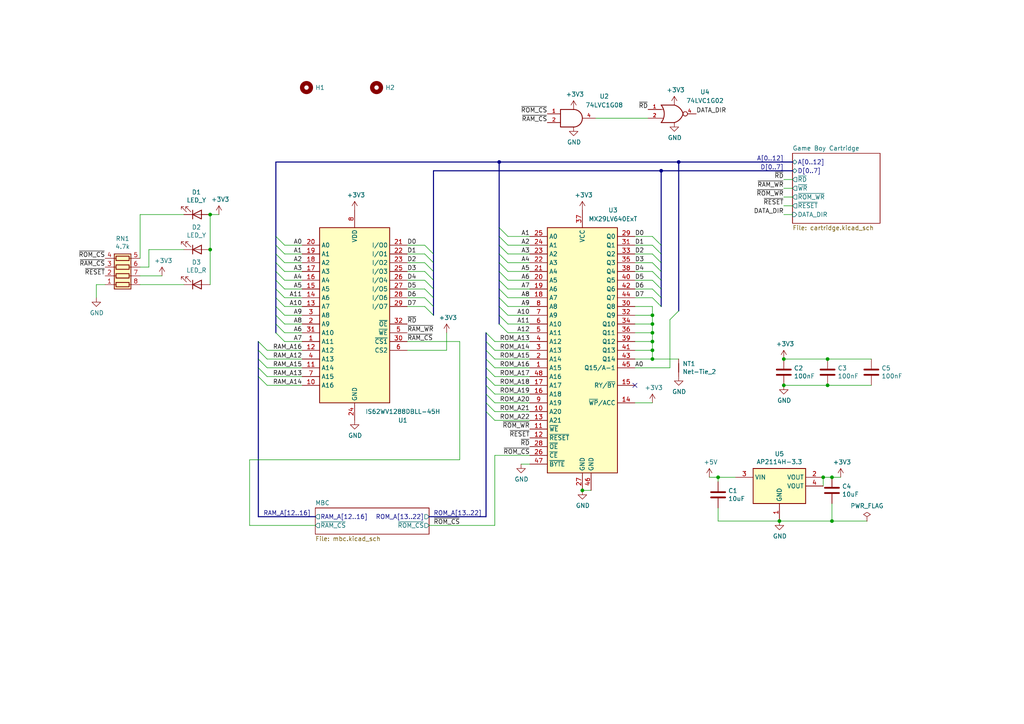
<source format=kicad_sch>
(kicad_sch (version 20211123) (generator eeschema)
  (paper "A4")
  (title_block (title "GB-MBCTEST") (rev "v1.0") (company "https://gekkio.fi"))
  (lib_symbols
    (symbol "74xGxx:74LVC1G02" (pin_names (offset 1.016))
      (property "Reference" "U" (at -2.54 3.81 0))
      (property "Value" "74LVC1G02" (at 0 -3.81 0))
      (symbol "74LVC1G02_0_1"
        (arc (start -3.81 -2.54) (mid -2.919 0) (end -3.81 2.54) (stroke (width 0.254)))
        (arc (start 0 -2.54) (mid 1.5993 -1.6027) (end 2.54 0) (stroke (width 0.254)))
        (polyline (pts (xy -3.81 -1.27) (xy -3.175 -1.27)))
        (polyline (pts (xy -3.81 1.27) (xy -3.175 1.27)))
        (polyline (pts (xy 0 -2.54) (xy -3.81 -2.54)) (stroke (width 0.254)) (fill (type background)))
        (polyline (pts (xy 0 2.54) (xy -3.81 2.54)) (stroke (width 0.254)) (fill (type background)))
        (arc (start 2.54 0) (mid 1.6119 1.6152) (end 0 2.54) (stroke (width 0.254)))
      )
      (symbol "74LVC1G02_1_1"
        (pin input line (at -7.62 1.27 0) (length 3.81) (name "~") (number "1"))
        (pin input line (at -7.62 -1.27 0) (length 3.81) (name "~") (number "2"))
        (pin power_in line (at 0 -2.54 270) (length 0) hide (name "GND") (number "3"))
        (pin output inverted (at 6.35 0 180) (length 3.81) (name "~") (number "4"))
        (pin power_in line (at 0 2.54 90) (length 0) hide (name "VCC") (number "5"))
      )
    )
    (symbol "74xGxx:74LVC1G08" (pin_names (offset 1.016))
      (property "Reference" "U" (at -2.54 3.81 0))
      (property "Value" "74LVC1G08" (at 0 -3.81 0))
      (symbol "74LVC1G08_0_1"
        (arc (start 0 -2.54) (mid 2.54 0) (end 0 2.54) (stroke (width 0.254)))
        (polyline (pts (xy 0 -2.54) (xy -3.81 -2.54) (xy -3.81 2.54) (xy 0 2.54)) (stroke (width 0.254)))
      )
      (symbol "74LVC1G08_1_1"
        (pin input line (at -7.62 1.27 0) (length 3.81) (name "~") (number "1"))
        (pin input line (at -7.62 -1.27 0) (length 3.81) (name "~") (number "2"))
        (pin power_in line (at 0 -2.54 270) (length 0) hide (name "GND") (number "3"))
        (pin output line (at 6.35 0 180) (length 3.81) (name "~") (number "4"))
        (pin power_in line (at 0 2.54 90) (length 0) hide (name "VCC") (number "5"))
      )
    )
    (symbol "Device:C" (pin_numbers hide) (pin_names (offset 0.254))
      (property "Reference" "C" (at 0.635 2.54 0))
      (property "Value" "C" (at 0.635 -2.54 0))
      (symbol "C_0_1"
        (polyline (pts (xy -2.032 -0.762) (xy 2.032 -0.762)) (stroke (width 0.508)))
        (polyline (pts (xy -2.032 0.762) (xy 2.032 0.762)) (stroke (width 0.508)))
      )
      (symbol "C_1_1"
        (pin passive line (at 0 3.81 270) (length 2.794) (name "~") (number "1"))
        (pin passive line (at 0 -3.81 90) (length 2.794) (name "~") (number "2"))
      )
    )
    (symbol "Device:LED" (pin_numbers hide) (pin_names (offset 1.016) hide)
      (property "Reference" "D" (at 0 2.54 0))
      (property "Value" "LED" (at 0 -2.54 0))
      (symbol "LED_0_1"
        (polyline (pts (xy -1.27 -1.27) (xy -1.27 1.27)) (stroke (width 0.254)))
        (polyline (pts (xy -1.27 0) (xy 1.27 0)))
        (polyline (pts (xy 1.27 -1.27) (xy 1.27 1.27) (xy -1.27 0) (xy 1.27 -1.27)) (stroke (width 0.254)))
        (polyline (pts (xy -3.048 -0.762) (xy -4.572 -2.286) (xy -3.81 -2.286) (xy -4.572 -2.286) (xy -4.572 -1.524)))
        (polyline (pts (xy -1.778 -0.762) (xy -3.302 -2.286) (xy -2.54 -2.286) (xy -3.302 -2.286) (xy -3.302 -1.524)))
      )
      (symbol "LED_1_1"
        (pin passive line (at -3.81 0 0) (length 2.54) (name "K") (number "1"))
        (pin passive line (at 3.81 0 180) (length 2.54) (name "A") (number "2"))
      )
    )
    (symbol "Device:Net-Tie_2" (pin_numbers hide) (pin_names (offset 0) hide)
      (property "Reference" "NT" (at 0 1.27 0))
      (property "Value" "Net-Tie_2" (at 0 -1.27 0))
      (symbol "Net-Tie_2_0_1"
        (polyline (pts (xy -1.27 0) (xy 1.27 0)) (stroke (width 0.254)))
      )
      (symbol "Net-Tie_2_1_1"
        (pin passive line (at -2.54 0 0) (length 2.54) (name "1") (number "1"))
        (pin passive line (at 2.54 0 180) (length 2.54) (name "2") (number "2"))
      )
    )
    (symbol "Device:R_Pack04" (pin_names (offset 0) hide)
      (property "Reference" "RN" (at -7.62 0 90))
      (property "Value" "R_Pack04" (at 5.08 0 90))
      (symbol "R_Pack04_0_1"
        (rectangle (start -6.35 -2.413) (end 3.81 2.413) (stroke (width 0.254)) (fill (type background)))
        (rectangle (start -5.715 1.905) (end -4.445 -1.905) (stroke (width 0.254)))
        (rectangle (start -3.175 1.905) (end -1.905 -1.905) (stroke (width 0.254)))
        (rectangle (start -0.635 1.905) (end 0.635 -1.905) (stroke (width 0.254)))
        (polyline (pts (xy -5.08 -2.54) (xy -5.08 -1.905)))
        (polyline (pts (xy -5.08 1.905) (xy -5.08 2.54)))
        (polyline (pts (xy -2.54 -2.54) (xy -2.54 -1.905)))
        (polyline (pts (xy -2.54 1.905) (xy -2.54 2.54)))
        (polyline (pts (xy 0 -2.54) (xy 0 -1.905)))
        (polyline (pts (xy 0 1.905) (xy 0 2.54)))
        (polyline (pts (xy 2.54 -2.54) (xy 2.54 -1.905)))
        (polyline (pts (xy 2.54 1.905) (xy 2.54 2.54)))
        (rectangle (start 1.905 1.905) (end 3.175 -1.905) (stroke (width 0.254)))
      )
      (symbol "R_Pack04_1_1"
        (pin passive line (at -5.08 -5.08 90) (length 2.54) (name "R1.1") (number "1"))
        (pin passive line (at -2.54 -5.08 90) (length 2.54) (name "R2.1") (number "2"))
        (pin passive line (at 0 -5.08 90) (length 2.54) (name "R3.1") (number "3"))
        (pin passive line (at 2.54 -5.08 90) (length 2.54) (name "R4.1") (number "4"))
        (pin passive line (at 2.54 5.08 270) (length 2.54) (name "R4.2") (number "5"))
        (pin passive line (at 0 5.08 270) (length 2.54) (name "R3.2") (number "6"))
        (pin passive line (at -2.54 5.08 270) (length 2.54) (name "R2.2") (number "7"))
        (pin passive line (at -5.08 5.08 270) (length 2.54) (name "R1.2") (number "8"))
      )
    )
    (symbol "Gekkio_Memory_Flash:MX29LV640ExT"
      (property "Reference" "U" (at -10.16 38.1 0))
      (property "Value" "MX29LV640ExT" (at 2.54 38.1 0))
      (symbol "MX29LV640ExT_1_1"
        (rectangle (start -10.16 35.56) (end 10.16 -35.56) (stroke (width 0.254)) (fill (type background)))
        (pin input line (at -15.24 -5.08 0) (length 5.08) (name "A15") (number "1"))
        (pin input line (at -15.24 -17.78 0) (length 5.08) (name "A20") (number "10"))
        (pin input line (at -15.24 -22.86 0) (length 5.08) (name "~{WE}") (number "11"))
        (pin input line (at -15.24 -25.4 0) (length 5.08) (name "~{RESET}") (number "12"))
        (pin input line (at -15.24 -20.32 0) (length 5.08) (name "A21") (number "13"))
        (pin input line (at 15.24 -15.24 180) (length 5.08) (name "~{WP}/ACC") (number "14"))
        (pin output line (at 15.24 -10.16 180) (length 5.08) (name "RY/~{BY}") (number "15"))
        (pin input line (at -15.24 -12.7 0) (length 5.08) (name "A18") (number "16"))
        (pin input line (at -15.24 -10.16 0) (length 5.08) (name "A17") (number "17"))
        (pin input line (at -15.24 15.24 0) (length 5.08) (name "A7") (number "18"))
        (pin input line (at -15.24 17.78 0) (length 5.08) (name "A6") (number "19"))
        (pin input line (at -15.24 -2.54 0) (length 5.08) (name "A14") (number "2"))
        (pin input line (at -15.24 20.32 0) (length 5.08) (name "A5") (number "20"))
        (pin input line (at -15.24 22.86 0) (length 5.08) (name "A4") (number "21"))
        (pin input line (at -15.24 25.4 0) (length 5.08) (name "A3") (number "22"))
        (pin input line (at -15.24 27.94 0) (length 5.08) (name "A2") (number "23"))
        (pin input line (at -15.24 30.48 0) (length 5.08) (name "A1") (number "24"))
        (pin input line (at -15.24 33.02 0) (length 5.08) (name "A0") (number "25"))
        (pin input line (at -15.24 -30.48 0) (length 5.08) (name "~{CE}") (number "26"))
        (pin power_in line (at 0 -40.64 90) (length 5.08) (name "GND") (number "27"))
        (pin input line (at -15.24 -27.94 0) (length 5.08) (name "~{OE}") (number "28"))
        (pin bidirectional line (at 15.24 33.02 180) (length 5.08) (name "Q0") (number "29"))
        (pin input line (at -15.24 0 0) (length 5.08) (name "A13") (number "3"))
        (pin bidirectional line (at 15.24 12.7 180) (length 5.08) (name "Q8") (number "30"))
        (pin bidirectional line (at 15.24 30.48 180) (length 5.08) (name "Q1") (number "31"))
        (pin bidirectional line (at 15.24 10.16 180) (length 5.08) (name "Q9") (number "32"))
        (pin bidirectional line (at 15.24 27.94 180) (length 5.08) (name "Q2") (number "33"))
        (pin bidirectional line (at 15.24 7.62 180) (length 5.08) (name "Q10") (number "34"))
        (pin bidirectional line (at 15.24 25.4 180) (length 5.08) (name "Q3") (number "35"))
        (pin bidirectional line (at 15.24 5.08 180) (length 5.08) (name "Q11") (number "36"))
        (pin power_in line (at 0 40.64 270) (length 5.08) (name "VCC") (number "37"))
        (pin bidirectional line (at 15.24 22.86 180) (length 5.08) (name "Q4") (number "38"))
        (pin bidirectional line (at 15.24 2.54 180) (length 5.08) (name "Q12") (number "39"))
        (pin input line (at -15.24 2.54 0) (length 5.08) (name "A12") (number "4"))
        (pin bidirectional line (at 15.24 20.32 180) (length 5.08) (name "Q5") (number "40"))
        (pin bidirectional line (at 15.24 0 180) (length 5.08) (name "Q13") (number "41"))
        (pin bidirectional line (at 15.24 17.78 180) (length 5.08) (name "Q6") (number "42"))
        (pin bidirectional line (at 15.24 -2.54 180) (length 5.08) (name "Q14") (number "43"))
        (pin bidirectional line (at 15.24 15.24 180) (length 5.08) (name "Q7") (number "44"))
        (pin bidirectional line (at 15.24 -5.08 180) (length 5.08) (name "Q15/A-1") (number "45"))
        (pin power_in line (at 2.54 -40.64 90) (length 5.08) (name "GND") (number "46"))
        (pin input line (at -15.24 -33.02 0) (length 5.08) (name "~{BYTE}") (number "47"))
        (pin input line (at -15.24 -7.62 0) (length 5.08) (name "A16") (number "48"))
        (pin input line (at -15.24 5.08 0) (length 5.08) (name "A11") (number "5"))
        (pin input line (at -15.24 7.62 0) (length 5.08) (name "A10") (number "6"))
        (pin input line (at -15.24 10.16 0) (length 5.08) (name "A9") (number "7"))
        (pin input line (at -15.24 12.7 0) (length 5.08) (name "A8") (number "8"))
        (pin input line (at -15.24 -15.24 0) (length 5.08) (name "A19") (number "9"))
      )
    )
    (symbol "Gekkio_Memory_RAM:IS62WV1288DBLL-45H"
      (property "Reference" "U" (at -10.16 27.94 0))
      (property "Value" "IS62WV1288DBLL-45H" (at 2.54 27.94 0))
      (symbol "IS62WV1288DBLL-45H_1_1"
        (rectangle (start -10.16 25.4) (end 10.16 -25.4) (stroke (width 0.254)) (fill (type background)))
        (pin input line (at -15.24 -7.62 0) (length 5.08) (name "A11") (number "1"))
        (pin input line (at -15.24 -20.32 0) (length 5.08) (name "A16") (number "10"))
        (pin input line (at -15.24 -15.24 0) (length 5.08) (name "A14") (number "11"))
        (pin input line (at -15.24 -10.16 0) (length 5.08) (name "A12") (number "12"))
        (pin input line (at -15.24 2.54 0) (length 5.08) (name "A7") (number "13"))
        (pin input line (at -15.24 5.08 0) (length 5.08) (name "A6") (number "14"))
        (pin input line (at -15.24 7.62 0) (length 5.08) (name "A5") (number "15"))
        (pin input line (at -15.24 10.16 0) (length 5.08) (name "A4") (number "16"))
        (pin input line (at -15.24 12.7 0) (length 5.08) (name "A3") (number "17"))
        (pin input line (at -15.24 15.24 0) (length 5.08) (name "A2") (number "18"))
        (pin input line (at -15.24 17.78 0) (length 5.08) (name "A1") (number "19"))
        (pin input line (at -15.24 -2.54 0) (length 5.08) (name "A9") (number "2"))
        (pin input line (at -15.24 20.32 0) (length 5.08) (name "A0") (number "20"))
        (pin bidirectional line (at 15.24 20.32 180) (length 5.08) (name "I/O0") (number "21"))
        (pin bidirectional line (at 15.24 17.78 180) (length 5.08) (name "I/O1") (number "22"))
        (pin bidirectional line (at 15.24 15.24 180) (length 5.08) (name "I/O2") (number "23"))
        (pin power_in line (at 0 -30.48 90) (length 5.08) (name "GND") (number "24"))
        (pin bidirectional line (at 15.24 12.7 180) (length 5.08) (name "I/O3") (number "25"))
        (pin bidirectional line (at 15.24 10.16 180) (length 5.08) (name "I/O4") (number "26"))
        (pin bidirectional line (at 15.24 7.62 180) (length 5.08) (name "I/O5") (number "27"))
        (pin bidirectional line (at 15.24 5.08 180) (length 5.08) (name "I/O6") (number "28"))
        (pin bidirectional line (at 15.24 2.54 180) (length 5.08) (name "I/O7") (number "29"))
        (pin input line (at -15.24 0 0) (length 5.08) (name "A8") (number "3"))
        (pin input line (at 15.24 -7.62 180) (length 5.08) (name "~{CS1}") (number "30"))
        (pin input line (at -15.24 -5.08 0) (length 5.08) (name "A10") (number "31"))
        (pin input line (at 15.24 -2.54 180) (length 5.08) (name "~{OE}") (number "32"))
        (pin input line (at -15.24 -12.7 0) (length 5.08) (name "A13") (number "4"))
        (pin input line (at 15.24 -5.08 180) (length 5.08) (name "~{WE}") (number "5"))
        (pin input line (at 15.24 -10.16 180) (length 5.08) (name "CS2") (number "6"))
        (pin input line (at -15.24 -17.78 0) (length 5.08) (name "A15") (number "7"))
        (pin power_in line (at 0 30.48 270) (length 5.08) (name "VDD") (number "8"))
        (pin no_connect line (at -10.16 -22.86 0) (length 5.08) hide (name "NC") (number "9"))
      )
    )
    (symbol "Gekkio_Regulator_Linear:AP2114H-3.3"
      (property "Reference" "U" (at -7.62 7.62 0))
      (property "Value" "AP2114H-3.3" (at 2.54 7.62 0))
      (symbol "AP2114H-3.3_1_1"
        (rectangle (start -7.62 5.08) (end 7.62 -5.08) (stroke (width 0.254)) (fill (type background)))
        (pin power_in line (at 0 -10.16 90) (length 5.08) (name "GND") (number "1"))
        (pin power_out line (at 12.7 2.54 180) (length 5.08) (name "VOUT") (number "2"))
        (pin power_in line (at -12.7 2.54 0) (length 5.08) (name "VIN") (number "3"))
        (pin passive line (at 12.7 0 180) (length 5.08) (name "VOUT") (number "4"))
      )
    )
    (symbol "Mechanical:MountingHole" (pin_names (offset 1.016))
      (property "Reference" "H" (at 0 5.08 0))
      (property "Value" "MountingHole" (at 0 3.175 0))
      (symbol "MountingHole_0_1"
        (circle (center 0 0) (radius 1.27) (stroke (width 1.27)))
      )
    )
    (symbol "power:+3V3" (power) (pin_names (offset 0))
      (property "Value" "+3V3" (at 0 3.556 0))
      (symbol "+3V3_0_1"
        (polyline (pts (xy -0.762 1.27) (xy 0 2.54)))
        (polyline (pts (xy 0 0) (xy 0 2.54)))
        (polyline (pts (xy 0 2.54) (xy 0.762 1.27)))
      )
      (symbol "+3V3_1_1"
        (pin power_in line (at 0 0 90) (length 0) hide (name "+3V3") (number "1"))
      )
    )
    (symbol "power:+5V" (power) (pin_names (offset 0))
      (property "Value" "+5V" (at 0 3.556 0))
      (symbol "+5V_0_1"
        (polyline (pts (xy -0.762 1.27) (xy 0 2.54)))
        (polyline (pts (xy 0 0) (xy 0 2.54)))
        (polyline (pts (xy 0 2.54) (xy 0.762 1.27)))
      )
      (symbol "+5V_1_1"
        (pin power_in line (at 0 0 90) (length 0) hide (name "+5V") (number "1"))
      )
    )
    (symbol "power:GND" (power) (pin_names (offset 0))
      (property "Value" "GND" (at 0 -3.81 0))
      (symbol "GND_0_1"
        (polyline (pts (xy 0 0) (xy 0 -1.27) (xy 1.27 -1.27) (xy 0 -2.54) (xy -1.27 -1.27) (xy 0 -1.27)))
      )
      (symbol "GND_1_1"
        (pin power_in line (at 0 0 270) (length 0) hide (name "GND") (number "1"))
      )
    )
    (symbol "power:PWR_FLAG" (power) (pin_numbers hide) (pin_names (offset 0) hide)
      (property "Value" "PWR_FLAG" (at 0 3.81 0))
      (symbol "PWR_FLAG_0_0"
        (pin power_out line (at 0 0 90) (length 0) (name "pwr") (number "1"))
      )
      (symbol "PWR_FLAG_0_1"
        (polyline (pts (xy 0 0) (xy 0 1.27) (xy -1.016 1.905) (xy 0 2.54) (xy 1.016 1.905) (xy 0 1.27)))
      )
    )
  )
  (junction (at 241.3 151.13))
  (junction (at 60.96 72.39))
  (junction (at 238.76 138.43))
  (junction (at 227.33 104.14))
  (junction (at 240.03 104.14))
  (junction (at 208.28 138.43))
  (junction (at 189.23 101.6))
  (junction (at 240.03 111.76))
  (junction (at 227.33 111.76))
  (junction (at 189.23 104.14))
  (junction (at 189.23 96.52))
  (junction (at 144.78 46.99))
  (junction (at 189.23 91.44))
  (junction (at 189.23 99.06))
  (junction (at 226.06 151.13))
  (junction (at 241.3 138.43))
  (junction (at 191.77 49.53))
  (junction (at 196.85 46.99))
  (junction (at 168.91 142.24))
  (junction (at 60.96 62.23))
  (junction (at 189.23 93.98))
  (no_connect (at 184.15 111.76))
  (bus_entry (at 80.01 96.52) (size 2.54 2.54))
  (bus_entry (at 140.97 109.22) (size 2.54 2.54))
  (bus_entry (at 189.23 68.58) (size 2.54 2.54))
  (bus_entry (at 144.78 81.28) (size 2.54 2.54))
  (bus_entry (at 144.78 86.36) (size 2.54 2.54))
  (bus_entry (at 74.93 99.06) (size 2.54 2.54))
  (bus_entry (at 140.97 99.06) (size 2.54 2.54))
  (bus_entry (at 80.01 88.9) (size 2.54 2.54))
  (bus_entry (at 80.01 71.12) (size 2.54 2.54))
  (bus_entry (at 80.01 83.82) (size 2.54 2.54))
  (bus_entry (at 123.19 88.9) (size 2.54 2.54))
  (bus_entry (at 144.78 78.74) (size 2.54 2.54))
  (bus_entry (at 144.78 83.82) (size 2.54 2.54))
  (bus_entry (at 189.23 73.66) (size 2.54 2.54))
  (bus_entry (at 144.78 91.44) (size 2.54 2.54))
  (bus_entry (at 123.19 78.74) (size 2.54 2.54))
  (bus_entry (at 140.97 101.6) (size 2.54 2.54))
  (bus_entry (at 140.97 96.52) (size 2.54 2.54))
  (bus_entry (at 144.78 76.2) (size 2.54 2.54))
  (bus_entry (at 140.97 114.3) (size 2.54 2.54))
  (bus_entry (at 123.19 83.82) (size 2.54 2.54))
  (bus_entry (at 189.23 71.12) (size 2.54 2.54))
  (bus_entry (at 80.01 81.28) (size 2.54 2.54))
  (bus_entry (at 189.23 78.74) (size 2.54 2.54))
  (bus_entry (at 144.78 68.58) (size 2.54 2.54))
  (bus_entry (at 123.19 86.36) (size 2.54 2.54))
  (bus_entry (at 123.19 81.28) (size 2.54 2.54))
  (bus_entry (at 123.19 73.66) (size 2.54 2.54))
  (bus_entry (at 140.97 111.76) (size 2.54 2.54))
  (bus_entry (at 80.01 68.58) (size 2.54 2.54))
  (bus_entry (at 123.19 71.12) (size 2.54 2.54))
  (bus_entry (at 80.01 91.44) (size 2.54 2.54))
  (bus_entry (at 144.78 71.12) (size 2.54 2.54))
  (bus_entry (at 194.31 92.71) (size 2.54 -2.54))
  (bus_entry (at 144.78 66.04) (size 2.54 2.54))
  (bus_entry (at 74.93 106.68) (size 2.54 2.54))
  (bus_entry (at 140.97 106.68) (size 2.54 2.54))
  (bus_entry (at 80.01 86.36) (size 2.54 2.54))
  (bus_entry (at 140.97 104.14) (size 2.54 2.54))
  (bus_entry (at 144.78 93.98) (size 2.54 2.54))
  (bus_entry (at 74.93 109.22) (size 2.54 2.54))
  (bus_entry (at 80.01 93.98) (size 2.54 2.54))
  (bus_entry (at 74.93 104.14) (size 2.54 2.54))
  (bus_entry (at 189.23 86.36) (size 2.54 2.54))
  (bus_entry (at 80.01 76.2) (size 2.54 2.54))
  (bus_entry (at 140.97 119.38) (size 2.54 2.54))
  (bus_entry (at 80.01 73.66) (size 2.54 2.54))
  (bus_entry (at 189.23 81.28) (size 2.54 2.54))
  (bus_entry (at 80.01 78.74) (size 2.54 2.54))
  (bus_entry (at 140.97 116.84) (size 2.54 2.54))
  (bus_entry (at 144.78 88.9) (size 2.54 2.54))
  (bus_entry (at 144.78 73.66) (size 2.54 2.54))
  (bus_entry (at 189.23 83.82) (size 2.54 2.54))
  (bus_entry (at 74.93 101.6) (size 2.54 2.54))
  (bus_entry (at 123.19 76.2) (size 2.54 2.54))
  (bus_entry (at 189.23 76.2) (size 2.54 2.54))
  (wire (pts (xy 189.23 81.28) (xy 184.15 81.28)))
  (bus (pts (xy 144.78 46.99) (xy 144.78 66.04)))
  (bus (pts (xy 144.78 73.66) (xy 144.78 76.2)))
  (wire (pts (xy 123.19 88.9) (xy 118.11 88.9)))
  (wire (pts (xy 91.44 152.4) (xy 72.39 152.4)))
  (wire (pts (xy 77.47 111.76) (xy 87.63 111.76)))
  (bus (pts (xy 191.77 49.53) (xy 191.77 71.12)))
  (bus (pts (xy 80.01 46.99) (xy 144.78 46.99)))
  (bus (pts (xy 191.77 49.53) (xy 229.87 49.53)))
  (bus (pts (xy 80.01 93.98) (xy 80.01 96.52)))
  (wire (pts (xy 189.23 78.74) (xy 184.15 78.74)))
  (bus (pts (xy 144.78 66.04) (xy 144.78 68.58)))
  (bus (pts (xy 74.93 149.86) (xy 91.44 149.86)))
  (wire (pts (xy 147.32 78.74) (xy 153.67 78.74)))
  (bus (pts (xy 191.77 49.53) (xy 125.73 49.53)))
  (wire (pts (xy 143.51 101.6) (xy 153.67 101.6)))
  (bus (pts (xy 140.97 96.52) (xy 140.97 99.06)))
  (wire (pts (xy 243.84 138.43) (xy 241.3 138.43)))
  (bus (pts (xy 144.78 86.36) (xy 144.78 88.9)))
  (bus (pts (xy 125.73 83.82) (xy 125.73 86.36)))
  (wire (pts (xy 189.23 96.52) (xy 189.23 99.06)))
  (wire (pts (xy 82.55 99.06) (xy 87.63 99.06)))
  (wire (pts (xy 82.55 71.12) (xy 87.63 71.12)))
  (wire (pts (xy 240.03 104.14) (xy 252.73 104.14)))
  (wire (pts (xy 184.15 91.44) (xy 189.23 91.44)))
  (wire (pts (xy 147.32 91.44) (xy 153.67 91.44)))
  (wire (pts (xy 143.51 109.22) (xy 153.67 109.22)))
  (bus (pts (xy 144.78 91.44) (xy 144.78 93.98)))
  (wire (pts (xy 72.39 133.35) (xy 133.35 133.35)))
  (bus (pts (xy 196.85 90.17) (xy 196.85 46.99)))
  (bus (pts (xy 125.73 81.28) (xy 125.73 83.82)))
  (bus (pts (xy 125.73 73.66) (xy 125.73 76.2)))
  (wire (pts (xy 123.19 78.74) (xy 118.11 78.74)))
  (wire (pts (xy 252.73 111.76) (xy 240.03 111.76)))
  (wire (pts (xy 184.15 101.6) (xy 189.23 101.6)))
  (bus (pts (xy 125.73 76.2) (xy 125.73 78.74)))
  (wire (pts (xy 40.64 62.23) (xy 40.64 74.93)))
  (wire (pts (xy 227.33 57.15) (xy 229.87 57.15)))
  (wire (pts (xy 27.94 82.55) (xy 27.94 86.36)))
  (wire (pts (xy 72.39 152.4) (xy 72.39 133.35)))
  (bus (pts (xy 140.97 149.86) (xy 124.46 149.86)))
  (wire (pts (xy 189.23 104.14) (xy 184.15 104.14)))
  (wire (pts (xy 147.32 93.98) (xy 153.67 93.98)))
  (wire (pts (xy 189.23 99.06) (xy 189.23 101.6)))
  (wire (pts (xy 143.51 114.3) (xy 153.67 114.3)))
  (wire (pts (xy 143.51 106.68) (xy 153.67 106.68)))
  (wire (pts (xy 189.23 83.82) (xy 184.15 83.82)))
  (wire (pts (xy 143.51 121.92) (xy 153.67 121.92)))
  (wire (pts (xy 43.18 77.47) (xy 40.64 77.47)))
  (wire (pts (xy 189.23 71.12) (xy 184.15 71.12)))
  (bus (pts (xy 140.97 116.84) (xy 140.97 119.38)))
  (bus (pts (xy 74.93 101.6) (xy 74.93 104.14)))
  (wire (pts (xy 82.55 93.98) (xy 87.63 93.98)))
  (bus (pts (xy 144.78 88.9) (xy 144.78 91.44)))
  (bus (pts (xy 140.97 101.6) (xy 140.97 104.14)))
  (wire (pts (xy 143.51 99.06) (xy 153.67 99.06)))
  (wire (pts (xy 147.32 86.36) (xy 153.67 86.36)))
  (wire (pts (xy 208.28 138.43) (xy 213.36 138.43)))
  (wire (pts (xy 189.23 93.98) (xy 189.23 96.52)))
  (bus (pts (xy 140.97 104.14) (xy 140.97 106.68)))
  (wire (pts (xy 251.46 151.13) (xy 241.3 151.13)))
  (bus (pts (xy 140.97 111.76) (xy 140.97 114.3)))
  (wire (pts (xy 241.3 151.13) (xy 241.3 146.05)))
  (bus (pts (xy 144.78 76.2) (xy 144.78 78.74)))
  (bus (pts (xy 80.01 91.44) (xy 80.01 93.98)))
  (wire (pts (xy 227.33 59.69) (xy 229.87 59.69)))
  (wire (pts (xy 238.76 138.43) (xy 241.3 138.43)))
  (bus (pts (xy 140.97 109.22) (xy 140.97 111.76)))
  (wire (pts (xy 189.23 86.36) (xy 184.15 86.36)))
  (wire (pts (xy 227.33 62.23) (xy 229.87 62.23)))
  (bus (pts (xy 191.77 71.12) (xy 191.77 73.66)))
  (wire (pts (xy 147.32 71.12) (xy 153.67 71.12)))
  (wire (pts (xy 82.55 96.52) (xy 87.63 96.52)))
  (wire (pts (xy 205.74 138.43) (xy 208.28 138.43)))
  (wire (pts (xy 189.23 88.9) (xy 189.23 91.44)))
  (bus (pts (xy 191.77 76.2) (xy 191.77 78.74)))
  (bus (pts (xy 196.85 46.99) (xy 229.87 46.99)))
  (wire (pts (xy 123.19 81.28) (xy 118.11 81.28)))
  (wire (pts (xy 189.23 68.58) (xy 184.15 68.58)))
  (wire (pts (xy 82.55 81.28) (xy 87.63 81.28)))
  (bus (pts (xy 191.77 78.74) (xy 191.77 81.28)))
  (wire (pts (xy 226.06 151.13) (xy 208.28 151.13)))
  (wire (pts (xy 77.47 106.68) (xy 87.63 106.68)))
  (wire (pts (xy 168.91 142.24) (xy 171.45 142.24)))
  (wire (pts (xy 143.51 111.76) (xy 153.67 111.76)))
  (wire (pts (xy 82.55 76.2) (xy 87.63 76.2)))
  (wire (pts (xy 82.55 83.82) (xy 87.63 83.82)))
  (wire (pts (xy 189.23 76.2) (xy 184.15 76.2)))
  (wire (pts (xy 147.32 88.9) (xy 153.67 88.9)))
  (bus (pts (xy 80.01 73.66) (xy 80.01 76.2)))
  (bus (pts (xy 140.97 99.06) (xy 140.97 101.6)))
  (wire (pts (xy 118.11 99.06) (xy 133.35 99.06)))
  (bus (pts (xy 144.78 78.74) (xy 144.78 81.28)))
  (wire (pts (xy 189.23 88.9) (xy 184.15 88.9)))
  (bus (pts (xy 74.93 99.06) (xy 74.93 101.6)))
  (wire (pts (xy 227.33 104.14) (xy 240.03 104.14)))
  (wire (pts (xy 147.32 96.52) (xy 153.67 96.52)))
  (wire (pts (xy 60.96 62.23) (xy 60.96 72.39)))
  (bus (pts (xy 80.01 76.2) (xy 80.01 78.74)))
  (wire (pts (xy 147.32 68.58) (xy 153.67 68.58)))
  (wire (pts (xy 189.23 101.6) (xy 189.23 104.14)))
  (bus (pts (xy 125.73 78.74) (xy 125.73 81.28)))
  (wire (pts (xy 189.23 116.84) (xy 184.15 116.84)))
  (wire (pts (xy 60.96 72.39) (xy 60.96 82.55)))
  (wire (pts (xy 227.33 54.61) (xy 229.87 54.61)))
  (wire (pts (xy 123.19 73.66) (xy 118.11 73.66)))
  (wire (pts (xy 184.15 99.06) (xy 189.23 99.06)))
  (bus (pts (xy 74.93 106.68) (xy 74.93 109.22)))
  (wire (pts (xy 143.51 104.14) (xy 153.67 104.14)))
  (wire (pts (xy 143.51 119.38) (xy 153.67 119.38)))
  (bus (pts (xy 80.01 71.12) (xy 80.01 73.66)))
  (bus (pts (xy 191.77 73.66) (xy 191.77 76.2)))
  (wire (pts (xy 194.31 106.68) (xy 194.31 92.71)))
  (wire (pts (xy 172.72 34.29) (xy 187.96 34.29)))
  (wire (pts (xy 82.55 91.44) (xy 87.63 91.44)))
  (wire (pts (xy 53.34 72.39) (xy 43.18 72.39)))
  (bus (pts (xy 140.97 119.38) (xy 140.97 149.86)))
  (bus (pts (xy 191.77 86.36) (xy 191.77 88.9)))
  (bus (pts (xy 80.01 88.9) (xy 80.01 91.44)))
  (wire (pts (xy 40.64 82.55) (xy 53.34 82.55)))
  (wire (pts (xy 123.19 71.12) (xy 118.11 71.12)))
  (bus (pts (xy 125.73 49.53) (xy 125.73 73.66)))
  (bus (pts (xy 144.78 83.82) (xy 144.78 86.36)))
  (bus (pts (xy 144.78 71.12) (xy 144.78 73.66)))
  (bus (pts (xy 80.01 46.99) (xy 80.01 68.58)))
  (wire (pts (xy 184.15 106.68) (xy 194.31 106.68)))
  (wire (pts (xy 123.19 76.2) (xy 118.11 76.2)))
  (wire (pts (xy 147.32 81.28) (xy 153.67 81.28)))
  (bus (pts (xy 191.77 83.82) (xy 191.77 86.36)))
  (wire (pts (xy 143.51 152.4) (xy 124.46 152.4)))
  (wire (pts (xy 189.23 91.44) (xy 189.23 93.98)))
  (bus (pts (xy 80.01 86.36) (xy 80.01 88.9)))
  (wire (pts (xy 189.23 104.14) (xy 196.85 104.14)))
  (wire (pts (xy 123.19 83.82) (xy 118.11 83.82)))
  (bus (pts (xy 80.01 68.58) (xy 80.01 71.12)))
  (wire (pts (xy 77.47 109.22) (xy 87.63 109.22)))
  (wire (pts (xy 184.15 96.52) (xy 189.23 96.52)))
  (wire (pts (xy 82.55 88.9) (xy 87.63 88.9)))
  (wire (pts (xy 118.11 101.6) (xy 129.54 101.6)))
  (wire (pts (xy 143.51 132.08) (xy 143.51 152.4)))
  (bus (pts (xy 144.78 81.28) (xy 144.78 83.82)))
  (wire (pts (xy 240.03 111.76) (xy 227.33 111.76)))
  (bus (pts (xy 80.01 81.28) (xy 80.01 83.82)))
  (bus (pts (xy 140.97 106.68) (xy 140.97 109.22)))
  (bus (pts (xy 144.78 46.99) (xy 196.85 46.99)))
  (wire (pts (xy 82.55 78.74) (xy 87.63 78.74)))
  (bus (pts (xy 191.77 81.28) (xy 191.77 83.82)))
  (wire (pts (xy 227.33 52.07) (xy 229.87 52.07)))
  (bus (pts (xy 125.73 86.36) (xy 125.73 88.9)))
  (wire (pts (xy 30.48 82.55) (xy 27.94 82.55)))
  (bus (pts (xy 144.78 68.58) (xy 144.78 71.12)))
  (bus (pts (xy 80.01 78.74) (xy 80.01 81.28)))
  (wire (pts (xy 77.47 104.14) (xy 87.63 104.14)))
  (wire (pts (xy 189.23 73.66) (xy 184.15 73.66)))
  (bus (pts (xy 74.93 109.22) (xy 74.93 149.86)))
  (wire (pts (xy 63.5 62.23) (xy 60.96 62.23)))
  (wire (pts (xy 153.67 132.08) (xy 143.51 132.08)))
  (wire (pts (xy 46.99 80.01) (xy 40.64 80.01)))
  (wire (pts (xy 208.28 147.32) (xy 208.28 151.13)))
  (wire (pts (xy 151.13 134.62) (xy 153.67 134.62)))
  (wire (pts (xy 133.35 133.35) (xy 133.35 99.06)))
  (wire (pts (xy 147.32 83.82) (xy 153.67 83.82)))
  (bus (pts (xy 140.97 114.3) (xy 140.97 116.84)))
  (wire (pts (xy 208.28 139.7) (xy 208.28 138.43)))
  (bus (pts (xy 80.01 83.82) (xy 80.01 86.36)))
  (wire (pts (xy 82.55 86.36) (xy 87.63 86.36)))
  (wire (pts (xy 82.55 73.66) (xy 87.63 73.66)))
  (wire (pts (xy 238.76 138.43) (xy 238.76 140.97)))
  (wire (pts (xy 43.18 72.39) (xy 43.18 77.47)))
  (wire (pts (xy 53.34 62.23) (xy 40.64 62.23)))
  (wire (pts (xy 143.51 116.84) (xy 153.67 116.84)))
  (wire (pts (xy 123.19 86.36) (xy 118.11 86.36)))
  (bus (pts (xy 74.93 104.14) (xy 74.93 106.68)))
  (wire (pts (xy 184.15 93.98) (xy 189.23 93.98)))
  (wire (pts (xy 77.47 101.6) (xy 87.63 101.6)))
  (bus (pts (xy 125.73 88.9) (xy 125.73 91.44)))
  (wire (pts (xy 129.54 101.6) (xy 129.54 96.52)))
  (wire (pts (xy 226.06 151.13) (xy 241.3 151.13)))
  (wire (pts (xy 147.32 76.2) (xy 153.67 76.2)))
  (wire (pts (xy 147.32 73.66) (xy 153.67 73.66)))
  (label "A11" (at 153.67 93.98 180))
  (label "RAM_A16" (at 87.63 101.6 180))
  (label "A9" (at 87.63 91.44 180))
  (label "~{RESET}" (at 30.48 80.01 180))
  (label "D4" (at 118.11 81.28 0))
  (label "ROM_A22" (at 153.67 121.92 180))
  (label "~{RD}" (at 187.96 31.75 180))
  (label "~{ROM_CS}" (at 153.67 132.08 180))
  (label "A10" (at 153.67 91.44 180))
  (label "D6" (at 184.15 83.82 0))
  (label "D1" (at 118.11 73.66 0))
  (label "ROM_A17" (at 153.67 109.22 180))
  (label "~{ROM_CS}" (at 158.75 33.02 180))
  (label "D1" (at 184.15 71.12 0))
  (label "A0" (at 184.15 106.68 0))
  (label "~{RD}" (at 118.11 93.98 0))
  (label "A4" (at 87.63 81.28 180))
  (label "D3" (at 184.15 76.2 0))
  (label "~{RAM_CS}" (at 158.75 35.56 180))
  (label "~{RESET}" (at 153.67 127 180))
  (label "~{RESET}" (at 227.33 59.69 180))
  (label "A10" (at 87.63 88.9 180))
  (label "D7" (at 184.15 86.36 0))
  (label "A2" (at 87.63 76.2 180))
  (label "A1" (at 87.63 73.66 180))
  (label "ROM_A20" (at 153.67 116.84 180))
  (label "A11" (at 87.63 86.36 180))
  (label "RAM_A14" (at 87.63 111.76 180))
  (label "~{ROM_CS}" (at 125.73 152.4 0))
  (label "A2" (at 153.67 71.12 180))
  (label "D[0..7]" (at 227.33 49.53 180))
  (label "D2" (at 184.15 73.66 0))
  (label "~{RAM_WR}" (at 118.11 96.52 0))
  (label "~{RAM_CS}" (at 30.48 77.47 180))
  (label "ROM_A19" (at 153.67 114.3 180))
  (label "A7" (at 87.63 99.06 180))
  (label "ROM_A21" (at 153.67 119.38 180))
  (label "ROM_A14" (at 153.67 101.6 180))
  (label "A4" (at 153.67 76.2 180))
  (label "A3" (at 153.67 73.66 180))
  (label "D2" (at 118.11 76.2 0))
  (label "D3" (at 118.11 78.74 0))
  (label "D5" (at 118.11 83.82 0))
  (label "A1" (at 153.67 68.58 180))
  (label "ROM_A13" (at 153.67 99.06 180))
  (label "RAM_A[12..16]" (at 90.17 149.86 180))
  (label "A9" (at 153.67 88.9 180))
  (label "D0" (at 184.15 68.58 0))
  (label "ROM_A[13..22]" (at 125.73 149.86 0))
  (label "D6" (at 118.11 86.36 0))
  (label "~{ROM_WR}" (at 153.67 124.46 180))
  (label "A12" (at 153.67 96.52 180))
  (label "ROM_A15" (at 153.67 104.14 180))
  (label "A8" (at 153.67 86.36 180))
  (label "A0" (at 87.63 71.12 180))
  (label "DATA_DIR" (at 227.33 62.23 180))
  (label "D5" (at 184.15 81.28 0))
  (label "~{RAM_CS}" (at 118.11 99.06 0))
  (label "A8" (at 87.63 93.98 180))
  (label "RAM_A15" (at 87.63 106.68 180))
  (label "D0" (at 118.11 71.12 0))
  (label "A5" (at 87.63 83.82 180))
  (label "D4" (at 184.15 78.74 0))
  (label "D7" (at 118.11 88.9 0))
  (label "RAM_A13" (at 87.63 109.22 180))
  (label "A3" (at 87.63 78.74 180))
  (label "A5" (at 153.67 78.74 180))
  (label "~{ROM_CS}" (at 30.48 74.93 180))
  (label "DATA_DIR" (at 201.93 33.02 0))
  (label "RAM_A12" (at 87.63 104.14 180))
  (label "A7" (at 153.67 83.82 180))
  (label "~{RAM_WR}" (at 227.33 54.61 180))
  (label "ROM_A18" (at 153.67 111.76 180))
  (label "A[0..12]" (at 227.33 46.99 180))
  (label "~{ROM_WR}" (at 227.33 57.15 180))
  (label "ROM_A16" (at 153.67 106.68 180))
  (label "A6" (at 87.63 96.52 180))
  (label "~{RD}" (at 153.67 129.54 180))
  (label "~{RD}" (at 227.33 52.07 180))
  (label "A6" (at 153.67 81.28 180))
  (symbol (lib_id "Gekkio_Memory_Flash:MX29LV640ExT") (at 168.91 101.6 0) (unit 1)
    (property "Reference" "U3" (at 177.8 60.96 0))
    (property "Value" "MX29LV640ExT" (at 177.8 63.5 0))
    (property "Footprint" "Package_SO:TSOP-I-48_18.4x12mm_P0.5mm" (effects hide))
    (property "Datasheet" "http://www.macronix.com/Lists/Datasheet/Attachments/7255/MX29LV640E%20T-B,%203V,%2064Mb,%20v1.7.pdf" (effects hide))
  )
  (symbol (lib_id "Device:C") (at 208.28 143.51 0) (unit 1)
    (property "Reference" "C1" (at 211.201 142.3416 0) (effects (justify left)))
    (property "Value" "10uF" (at 211.201 144.653 0) (effects (justify left)))
    (property "Footprint" "Capacitor_SMD:C_1206_3216Metric" (effects hide))
  )
  (symbol (lib_id "power:+3V3") (at 168.91 60.96 0) (unit 1)
    (property "Reference" "#PWR09" (effects hide))
    (property "Value" "+3V3" (at 169.291 56.5658 0))
  )
  (symbol (lib_id "power:+3V3") (at 189.23 116.84 0) (unit 1)
    (property "Reference" "#PWR011" (effects hide))
    (property "Value" "+3V3" (at 189.611 112.4458 0))
  )
  (symbol (lib_id "power:GND") (at 151.13 134.62 0) (unit 1)
    (property "Reference" "#PWR06" (effects hide))
    (property "Value" "GND" (at 151.257 139.0142 0))
  )
  (symbol (lib_id "power:GND") (at 168.91 142.24 0) (unit 1)
    (property "Reference" "#PWR010" (effects hide))
    (property "Value" "GND" (at 169.037 146.6342 0))
  )
  (symbol (lib_id "Gekkio_Memory_RAM:IS62WV1288DBLL-45H") (at 102.87 91.44 0) (unit 1)
    (property "Reference" "U1" (at 116.84 121.92 0))
    (property "Value" "IS62WV1288DBLL-45H" (at 116.84 119.38 0))
    (property "Footprint" "Package_SO:TSOP-I-32_11.8x8mm_P0.5mm" (effects hide))
    (property "Datasheet" "http://www.issi.com/WW/pdf/62-65WV1288DALL-BLL.pdf" (effects hide))
  )
  (symbol (lib_id "power:+3V3") (at 102.87 60.96 0) (unit 1)
    (property "Reference" "#PWR03" (effects hide))
    (property "Value" "+3V3" (at 103.251 56.5658 0))
  )
  (symbol (lib_id "power:+3V3") (at 129.54 96.52 0) (unit 1)
    (property "Reference" "#PWR05" (effects hide))
    (property "Value" "+3V3" (at 129.921 92.1258 0))
  )
  (symbol (lib_id "power:GND") (at 102.87 121.92 0) (unit 1)
    (property "Reference" "#PWR04" (effects hide))
    (property "Value" "GND" (at 102.997 126.3142 0))
  )
  (symbol (lib_id "power:GND") (at 196.85 109.22 0) (unit 1)
    (property "Reference" "#PWR014" (effects hide))
    (property "Value" "GND" (at 196.977 113.6142 0))
  )
  (symbol (lib_id "Gekkio_Regulator_Linear:AP2114H-3.3") (at 226.06 140.97 0) (unit 1)
    (property "Reference" "U5" (at 226.06 131.6482 0))
    (property "Value" "AP2114H-3.3" (at 226.06 133.9596 0))
    (property "Footprint" "Package_TO_SOT_SMD:SOT-223" (effects hide))
    (property "Datasheet" "https://www.diodes.com/assets/Datasheets/AP2114.pdf" (effects hide))
  )
  (symbol (lib_id "power:+5V") (at 205.74 138.43 0) (unit 1)
    (property "Reference" "#PWR015" (effects hide))
    (property "Value" "+5V" (at 206.121 134.0358 0))
  )
  (symbol (lib_id "power:+3V3") (at 243.84 138.43 0) (unit 1)
    (property "Reference" "#PWR019" (effects hide))
    (property "Value" "+3V3" (at 244.221 134.0358 0))
  )
  (symbol (lib_id "Device:C") (at 241.3 142.24 0) (unit 1)
    (property "Reference" "C4" (at 244.221 141.0716 0) (effects (justify left)))
    (property "Value" "10uF" (at 244.221 143.383 0) (effects (justify left)))
    (property "Footprint" "Capacitor_SMD:C_1206_3216Metric" (effects hide))
  )
  (symbol (lib_id "power:GND") (at 226.06 151.13 0) (unit 1)
    (property "Reference" "#PWR016" (effects hide))
    (property "Value" "GND" (at 226.187 155.5242 0))
  )
  (symbol (lib_id "power:PWR_FLAG") (at 251.46 151.13 0) (unit 1)
    (property "Reference" "#FLG01" (effects hide))
    (property "Value" "PWR_FLAG" (at 251.46 146.7358 0))
  )
  (symbol (lib_id "Device:Net-Tie_2") (at 196.85 106.68 270) (unit 1)
    (property "Reference" "NT1" (at 197.9676 105.5116 90) (effects (justify left)))
    (property "Value" "Net-Tie_2" (at 197.9676 107.823 90) (effects (justify left)))
    (property "Footprint" "NetTie:NetTie-2_SMD_Pad0.5mm" (effects hide))
  )
  (symbol (lib_id "power:+3V3") (at 195.58 30.48 0) (unit 1)
    (property "Reference" "#PWR012" (effects hide))
    (property "Value" "+3V3" (at 195.961 26.0858 0))
  )
  (symbol (lib_id "power:GND") (at 195.58 35.56 0) (unit 1)
    (property "Reference" "#PWR013" (effects hide))
    (property "Value" "GND" (at 195.707 39.9542 0))
  )
  (symbol (lib_id "74xGxx:74LVC1G08") (at 166.37 34.29 0) (unit 1)
    (property "Reference" "U2" (at 175.26 27.94 0))
    (property "Value" "74LVC1G08" (at 175.26 30.48 0))
    (property "Footprint" "Package_TO_SOT_SMD:SOT-353_SC-70-5" (effects hide))
    (property "Datasheet" "http://www.ti.com/lit/sg/scyt129e/scyt129e.pdf" (effects hide))
  )
  (symbol (lib_id "power:+3V3") (at 166.37 31.75 0) (unit 1)
    (property "Reference" "#PWR07" (effects hide))
    (property "Value" "+3V3" (at 166.751 27.3558 0))
  )
  (symbol (lib_id "power:GND") (at 166.37 36.83 0) (unit 1)
    (property "Reference" "#PWR08" (effects hide))
    (property "Value" "GND" (at 166.497 41.2242 0))
  )
  (symbol (lib_id "74xGxx:74LVC1G02") (at 195.58 33.02 0) (unit 1)
    (property "Reference" "U4" (at 204.47 26.67 0))
    (property "Value" "74LVC1G02" (at 204.47 29.21 0))
    (property "Footprint" "Package_TO_SOT_SMD:SOT-353_SC-70-5" (effects hide))
    (property "Datasheet" "http://www.ti.com/lit/sg/scyt129e/scyt129e.pdf" (effects hide))
  )
  (symbol (lib_id "Device:C") (at 227.33 107.95 0) (unit 1)
    (property "Reference" "C2" (at 230.251 106.7816 0) (effects (justify left)))
    (property "Value" "100nF" (at 230.251 109.093 0) (effects (justify left)))
    (property "Footprint" "Capacitor_SMD:C_0603_1608Metric" (effects hide))
  )
  (symbol (lib_id "Device:C") (at 240.03 107.95 0) (unit 1)
    (property "Reference" "C3" (at 242.951 106.7816 0) (effects (justify left)))
    (property "Value" "100nF" (at 242.951 109.093 0) (effects (justify left)))
    (property "Footprint" "Capacitor_SMD:C_0603_1608Metric" (effects hide))
  )
  (symbol (lib_id "Device:C") (at 252.73 107.95 0) (unit 1)
    (property "Reference" "C5" (at 255.651 106.7816 0) (effects (justify left)))
    (property "Value" "100nF" (at 255.651 109.093 0) (effects (justify left)))
    (property "Footprint" "Capacitor_SMD:C_0603_1608Metric" (effects hide))
  )
  (symbol (lib_id "power:GND") (at 227.33 111.76 0) (unit 1)
    (property "Reference" "#PWR018" (effects hide))
    (property "Value" "GND" (at 227.457 116.1542 0))
  )
  (symbol (lib_id "power:+3V3") (at 227.33 104.14 0) (unit 1)
    (property "Reference" "#PWR017" (effects hide))
    (property "Value" "+3V3" (at 227.711 99.7458 0))
  )
  (symbol (lib_id "Device:R_Pack04") (at 35.56 77.47 270) (mirror x) (unit 1)
    (property "Reference" "RN1" (at 35.56 69.215 90))
    (property "Value" "4.7k" (at 35.56 71.5264 90))
    (property "Footprint" "Resistor_SMD:R_Array_Convex_4x0603" (effects hide))
  )
  (symbol (lib_id "power:+3V3") (at 63.5 62.23 0) (unit 1)
    (property "Reference" "#PWR02" (effects hide))
    (property "Value" "+3V3" (at 63.881 57.8358 0))
  )
  (symbol (lib_id "power:GND") (at 27.94 86.36 0) (unit 1)
    (property "Reference" "#PWR01" (effects hide))
    (property "Value" "GND" (at 28.067 90.7542 0))
  )
  (symbol (lib_id "Device:LED") (at 57.15 62.23 0) (mirror x) (unit 1)
    (property "Reference" "D1" (at 56.9722 55.753 0))
    (property "Value" "LED_Y" (at 56.9722 58.0644 0))
    (property "Footprint" "LED_SMD:LED_0603_1608Metric" (effects hide))
  )
  (symbol (lib_id "Device:LED") (at 57.15 72.39 0) (mirror x) (unit 1)
    (property "Reference" "D2" (at 56.9722 65.913 0))
    (property "Value" "LED_Y" (at 56.9722 68.2244 0))
    (property "Footprint" "LED_SMD:LED_0603_1608Metric" (effects hide))
  )
  (symbol (lib_id "Device:LED") (at 57.15 82.55 0) (mirror x) (unit 1)
    (property "Reference" "D3" (at 56.9722 76.073 0))
    (property "Value" "LED_R" (at 56.9722 78.3844 0))
    (property "Footprint" "LED_SMD:LED_0603_1608Metric" (effects hide))
  )
  (symbol (lib_id "Mechanical:MountingHole") (at 88.9 25.4 0) (unit 1)
    (property "Reference" "H1" (at 91.44 25.4 0) (effects (justify left)))
    (property "Value" "DNF" (effects hide))
    (property "Footprint" "Gekkio_MountingHole:MountingHole_7.2mm" (effects hide))
  )
  (symbol (lib_id "Mechanical:MountingHole") (at 109.22 25.4 0) (unit 1)
    (property "Reference" "H2" (at 111.76 25.4 0) (effects (justify left)))
    (property "Value" "DNF" (effects hide))
    (property "Footprint" "Gekkio_MountingHole:MountingHole_2.3mm" (effects hide))
  )
  (symbol (lib_id "power:+3V3") (at 46.99 80.01 0) (unit 1)
    (property "Reference" "#PWR052" (effects hide))
    (property "Value" "+3V3" (at 47.371 75.6158 0))
  )
  (sheet (at 229.87 44.45) (size 25.4 20.32)
    (property "Sheet name" "Game Boy Cartridge" (at 229.87 43.7384 0) (effects (justify left bottom)))
    (property "Sheet file" "cartridge.kicad_sch" (at 229.87 65.3546 0) (effects (justify left top)))
    (pin "~{RESET}" output (at 229.87 59.69 180))
    (pin "~{WR}" output (at 229.87 54.61 180))
    (pin "~{RD}" output (at 229.87 52.07 180))
    (pin "DATA_DIR" input (at 229.87 62.23 180))
    (pin "~{ROM_WR}" output (at 229.87 57.15 180))
    (pin "D[0..7]" bidirectional (at 229.87 49.53 180))
    (pin "A[0..12]" bidirectional (at 229.87 46.99 180))
  )
  (sheet (at 91.44 147.32) (size 33.02 7.62)
    (property "Sheet name" "MBC" (at 91.44 146.6084 0) (effects (justify left bottom)))
    (property "Sheet file" "mbc.kicad_sch" (at 91.44 155.5246 0) (effects (justify left top)))
    (pin "ROM_A[13..22]" output (at 124.46 149.86 0))
    (pin "RAM_A[12..16]" output (at 91.44 149.86 180))
    (pin "~{RAM_CS}" output (at 91.44 152.4 180))
    (pin "~{ROM_CS}" output (at 124.46 152.4 0))
  )
)
</source>
